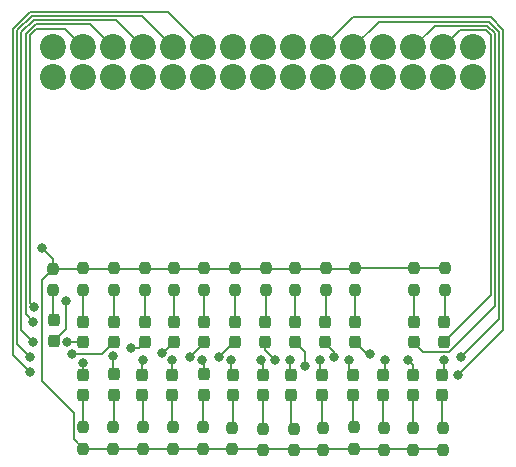
<source format=gbr>
%TF.GenerationSoftware,KiCad,Pcbnew,8.0.9-8.0.9-0~ubuntu22.04.1*%
%TF.CreationDate,2025-09-30T16:22:56+02:00*%
%TF.ProjectId,Pin_Test,50696e5f-5465-4737-942e-6b696361645f,rev?*%
%TF.SameCoordinates,Original*%
%TF.FileFunction,Copper,L1,Top*%
%TF.FilePolarity,Positive*%
%FSLAX46Y46*%
G04 Gerber Fmt 4.6, Leading zero omitted, Abs format (unit mm)*
G04 Created by KiCad (PCBNEW 8.0.9-8.0.9-0~ubuntu22.04.1) date 2025-09-30 16:22:56*
%MOMM*%
%LPD*%
G01*
G04 APERTURE LIST*
G04 Aperture macros list*
%AMRoundRect*
0 Rectangle with rounded corners*
0 $1 Rounding radius*
0 $2 $3 $4 $5 $6 $7 $8 $9 X,Y pos of 4 corners*
0 Add a 4 corners polygon primitive as box body*
4,1,4,$2,$3,$4,$5,$6,$7,$8,$9,$2,$3,0*
0 Add four circle primitives for the rounded corners*
1,1,$1+$1,$2,$3*
1,1,$1+$1,$4,$5*
1,1,$1+$1,$6,$7*
1,1,$1+$1,$8,$9*
0 Add four rect primitives between the rounded corners*
20,1,$1+$1,$2,$3,$4,$5,0*
20,1,$1+$1,$4,$5,$6,$7,0*
20,1,$1+$1,$6,$7,$8,$9,0*
20,1,$1+$1,$8,$9,$2,$3,0*%
G04 Aperture macros list end*
%TA.AperFunction,ComponentPad*%
%ADD10C,2.200000*%
%TD*%
%TA.AperFunction,SMDPad,CuDef*%
%ADD11RoundRect,0.237500X0.237500X-0.287500X0.237500X0.287500X-0.237500X0.287500X-0.237500X-0.287500X0*%
%TD*%
%TA.AperFunction,SMDPad,CuDef*%
%ADD12RoundRect,0.237500X-0.237500X0.287500X-0.237500X-0.287500X0.237500X-0.287500X0.237500X0.287500X0*%
%TD*%
%TA.AperFunction,SMDPad,CuDef*%
%ADD13RoundRect,0.237500X-0.237500X0.250000X-0.237500X-0.250000X0.237500X-0.250000X0.237500X0.250000X0*%
%TD*%
%TA.AperFunction,ViaPad*%
%ADD14C,0.800000*%
%TD*%
%TA.AperFunction,Conductor*%
%ADD15C,0.150000*%
%TD*%
%TA.AperFunction,Conductor*%
%ADD16C,0.200000*%
%TD*%
G04 APERTURE END LIST*
D10*
%TO.P,J1,1,VCC*%
%TO.N,VCC*%
X88940000Y-92020000D03*
%TO.P,J1,2,GND*%
%TO.N,GND*%
X88940000Y-94560000D03*
%TO.P,J1,3,P1*%
%TO.N,/P1*%
X91480000Y-92020000D03*
%TO.P,J1,4,P0*%
%TO.N,/P0*%
X91480000Y-94560000D03*
%TO.P,J1,5,P3*%
%TO.N,/P3*%
X94020000Y-92020000D03*
%TO.P,J1,6,P2*%
%TO.N,/P2*%
X94020000Y-94560000D03*
%TO.P,J1,7,C5*%
%TO.N,/C5*%
X96560000Y-92020000D03*
%TO.P,J1,8,C4*%
%TO.N,/C4*%
X96560000Y-94560000D03*
%TO.P,J1,9,C7*%
%TO.N,/C7*%
X99100000Y-92020000D03*
%TO.P,J1,10,C6*%
%TO.N,/C6*%
X99100000Y-94560000D03*
%TO.P,J1,11,C9*%
%TO.N,/C9*%
X101640000Y-92020000D03*
%TO.P,J1,12,C8*%
%TO.N,/C8*%
X101640000Y-94560000D03*
%TO.P,J1,13,C11*%
%TO.N,/C11*%
X104180000Y-92020000D03*
%TO.P,J1,14,C10*%
%TO.N,/C10*%
X104180000Y-94560000D03*
%TO.P,J1,15,C13*%
%TO.N,/C13*%
X106720000Y-92020000D03*
%TO.P,J1,16,C12*%
%TO.N,/C12*%
X106720000Y-94560000D03*
%TO.P,J1,17,C15*%
%TO.N,/C15*%
X109260000Y-92020000D03*
%TO.P,J1,18,C14*%
%TO.N,/C14*%
X109260000Y-94560000D03*
%TO.P,J1,19,C17*%
%TO.N,/C17*%
X111800000Y-92020000D03*
%TO.P,J1,20,C16*%
%TO.N,/C16*%
X111800000Y-94560000D03*
%TO.P,J1,21,C19*%
%TO.N,/C19*%
X114340000Y-92020000D03*
%TO.P,J1,22,C18*%
%TO.N,/C18*%
X114340000Y-94560000D03*
%TO.P,J1,23,GND*%
%TO.N,unconnected-(J1-GND-Pad23)*%
X116880000Y-92020000D03*
%TO.P,J1,24,C20*%
%TO.N,/C20*%
X116880000Y-94560000D03*
%TO.P,J1,25,M1+*%
%TO.N,/M1+*%
X119420000Y-92020000D03*
%TO.P,J1,26,M0+*%
%TO.N,/M0+*%
X119420000Y-94560000D03*
%TO.P,J1,27,M1-*%
%TO.N,/M1-*%
X121960000Y-92020000D03*
%TO.P,J1,28,M0-*%
%TO.N,/M0-*%
X121960000Y-94560000D03*
%TO.P,J1,29,GND*%
%TO.N,unconnected-(J1-GND-Pad29)*%
X124500000Y-92020000D03*
%TO.P,J1,30,VM+*%
%TO.N,/VM+*%
X124500000Y-94560000D03*
%TD*%
D11*
%TO.P,D101,1,K*%
%TO.N,GND*%
X89000000Y-116900000D03*
%TO.P,D101,2,A*%
%TO.N,Net-(D101-A)*%
X89000000Y-115150000D03*
%TD*%
D12*
%TO.P,D25,1,K*%
%TO.N,/M0-*%
X121890000Y-119750000D03*
%TO.P,D25,2,A*%
%TO.N,Net-(D25-A)*%
X121890000Y-121500000D03*
%TD*%
D11*
%TO.P,D24,1,K*%
%TO.N,/M1-*%
X122000000Y-117000000D03*
%TO.P,D24,2,A*%
%TO.N,Net-(D24-A)*%
X122000000Y-115250000D03*
%TD*%
D12*
%TO.P,D23,1,K*%
%TO.N,/M0+*%
X119390000Y-119750000D03*
%TO.P,D23,2,A*%
%TO.N,Net-(D23-A)*%
X119390000Y-121500000D03*
%TD*%
D11*
%TO.P,D22,1,K*%
%TO.N,/M1+*%
X119450000Y-117000000D03*
%TO.P,D22,2,A*%
%TO.N,Net-(D22-A)*%
X119450000Y-115250000D03*
%TD*%
D12*
%TO.P,D21,1,K*%
%TO.N,/C20*%
X116890000Y-119750000D03*
%TO.P,D21,2,A*%
%TO.N,Net-(D21-A)*%
X116890000Y-121500000D03*
%TD*%
%TO.P,D20,1,K*%
%TO.N,/C18*%
X114290000Y-119750000D03*
%TO.P,D20,2,A*%
%TO.N,Net-(D20-A)*%
X114290000Y-121500000D03*
%TD*%
D11*
%TO.P,D19,1,K*%
%TO.N,/C19*%
X114500000Y-117000000D03*
%TO.P,D19,2,A*%
%TO.N,Net-(D19-A)*%
X114500000Y-115250000D03*
%TD*%
D12*
%TO.P,D18,1,K*%
%TO.N,/C16*%
X111690000Y-119750000D03*
%TO.P,D18,2,A*%
%TO.N,Net-(D18-A)*%
X111690000Y-121500000D03*
%TD*%
D11*
%TO.P,D17,1,K*%
%TO.N,/C17*%
X111950000Y-117000000D03*
%TO.P,D17,2,A*%
%TO.N,Net-(D17-A)*%
X111950000Y-115250000D03*
%TD*%
D12*
%TO.P,D16,1,K*%
%TO.N,/C14*%
X109090000Y-119750000D03*
%TO.P,D16,2,A*%
%TO.N,Net-(D16-A)*%
X109090000Y-121500000D03*
%TD*%
D11*
%TO.P,D15,1,K*%
%TO.N,/C15*%
X109450000Y-117000000D03*
%TO.P,D15,2,A*%
%TO.N,Net-(D15-A)*%
X109450000Y-115250000D03*
%TD*%
D12*
%TO.P,D14,1,K*%
%TO.N,/C12*%
X106680000Y-119750000D03*
%TO.P,D14,2,A*%
%TO.N,Net-(D14-A)*%
X106680000Y-121500000D03*
%TD*%
D11*
%TO.P,D13,1,K*%
%TO.N,/C13*%
X106900000Y-117000000D03*
%TO.P,D13,2,A*%
%TO.N,Net-(D13-A)*%
X106900000Y-115250000D03*
%TD*%
D12*
%TO.P,D12,1,K*%
%TO.N,/C10*%
X104120000Y-119750000D03*
%TO.P,D12,2,A*%
%TO.N,Net-(D12-A)*%
X104120000Y-121500000D03*
%TD*%
D11*
%TO.P,D11,1,K*%
%TO.N,/C11*%
X104300000Y-117000000D03*
%TO.P,D11,2,A*%
%TO.N,Net-(D11-A)*%
X104300000Y-115250000D03*
%TD*%
D12*
%TO.P,D10,1,K*%
%TO.N,/C8*%
X101690000Y-119725000D03*
%TO.P,D10,2,A*%
%TO.N,Net-(D10-A)*%
X101690000Y-121475000D03*
%TD*%
D11*
%TO.P,D9,1,K*%
%TO.N,/C9*%
X101700000Y-117000000D03*
%TO.P,D9,2,A*%
%TO.N,Net-(D9-A)*%
X101700000Y-115250000D03*
%TD*%
D12*
%TO.P,D8,1,K*%
%TO.N,/C6*%
X98990000Y-119750000D03*
%TO.P,D8,2,A*%
%TO.N,Net-(D8-A)*%
X98990000Y-121500000D03*
%TD*%
D11*
%TO.P,D7,1,K*%
%TO.N,/C7*%
X99200000Y-117000000D03*
%TO.P,D7,2,A*%
%TO.N,Net-(D7-A)*%
X99200000Y-115250000D03*
%TD*%
D12*
%TO.P,D6,1,K*%
%TO.N,/C4*%
X96490000Y-119750000D03*
%TO.P,D6,2,A*%
%TO.N,Net-(D6-A)*%
X96490000Y-121500000D03*
%TD*%
D11*
%TO.P,D5,1,K*%
%TO.N,/C5*%
X96700000Y-117000000D03*
%TO.P,D5,2,A*%
%TO.N,Net-(D5-A)*%
X96700000Y-115250000D03*
%TD*%
D12*
%TO.P,D4,1,K*%
%TO.N,/P2*%
X94090000Y-119725000D03*
%TO.P,D4,2,A*%
%TO.N,Net-(D4-A)*%
X94090000Y-121475000D03*
%TD*%
D11*
%TO.P,D3,1,K*%
%TO.N,/P3*%
X94100000Y-117000000D03*
%TO.P,D3,2,A*%
%TO.N,Net-(D3-A)*%
X94100000Y-115250000D03*
%TD*%
D12*
%TO.P,D2,1,K*%
%TO.N,/P0*%
X91500000Y-119750000D03*
%TO.P,D2,2,A*%
%TO.N,Net-(D2-A)*%
X91500000Y-121500000D03*
%TD*%
D11*
%TO.P,D1,1,K*%
%TO.N,/P1*%
X91500000Y-117000000D03*
%TO.P,D1,2,A*%
%TO.N,Net-(D1-A)*%
X91500000Y-115250000D03*
%TD*%
D13*
%TO.P,R19,1*%
%TO.N,VCC*%
X114500000Y-110712500D03*
%TO.P,R19,2*%
%TO.N,Net-(D19-A)*%
X114500000Y-112537500D03*
%TD*%
%TO.P,R23,1*%
%TO.N,Net-(D23-A)*%
X119370000Y-124255000D03*
%TO.P,R23,2*%
%TO.N,VCC*%
X119370000Y-126080000D03*
%TD*%
%TO.P,R6,1*%
%TO.N,Net-(D6-A)*%
X96570000Y-124175000D03*
%TO.P,R6,2*%
%TO.N,VCC*%
X96570000Y-126000000D03*
%TD*%
%TO.P,R15,1*%
%TO.N,VCC*%
X109400000Y-110712500D03*
%TO.P,R15,2*%
%TO.N,Net-(D15-A)*%
X109400000Y-112537500D03*
%TD*%
%TO.P,R21,1*%
%TO.N,Net-(D21-A)*%
X116950000Y-124255000D03*
%TO.P,R21,2*%
%TO.N,VCC*%
X116950000Y-126080000D03*
%TD*%
%TO.P,R101,1*%
%TO.N,VCC*%
X88960000Y-110767500D03*
%TO.P,R101,2*%
%TO.N,Net-(D101-A)*%
X88960000Y-112592500D03*
%TD*%
%TO.P,R9,1*%
%TO.N,VCC*%
X101700000Y-110712500D03*
%TO.P,R9,2*%
%TO.N,Net-(D9-A)*%
X101700000Y-112537500D03*
%TD*%
%TO.P,R17,1*%
%TO.N,VCC*%
X112000000Y-110712500D03*
%TO.P,R17,2*%
%TO.N,Net-(D17-A)*%
X112000000Y-112537500D03*
%TD*%
%TO.P,R20,1*%
%TO.N,Net-(D20-A)*%
X114370000Y-124210000D03*
%TO.P,R20,2*%
%TO.N,VCC*%
X114370000Y-126035000D03*
%TD*%
%TO.P,R22,1*%
%TO.N,VCC*%
X119500000Y-110712500D03*
%TO.P,R22,2*%
%TO.N,Net-(D22-A)*%
X119500000Y-112537500D03*
%TD*%
%TO.P,R8,1*%
%TO.N,Net-(D8-A)*%
X99100000Y-124175000D03*
%TO.P,R8,2*%
%TO.N,VCC*%
X99100000Y-126000000D03*
%TD*%
%TO.P,R11,1*%
%TO.N,VCC*%
X104300000Y-110712500D03*
%TO.P,R11,2*%
%TO.N,Net-(D11-A)*%
X104300000Y-112537500D03*
%TD*%
%TO.P,R7,1*%
%TO.N,VCC*%
X99200000Y-110712500D03*
%TO.P,R7,2*%
%TO.N,Net-(D7-A)*%
X99200000Y-112537500D03*
%TD*%
%TO.P,R18,1*%
%TO.N,Net-(D18-A)*%
X111800000Y-124260000D03*
%TO.P,R18,2*%
%TO.N,VCC*%
X111800000Y-126085000D03*
%TD*%
%TO.P,R4,1*%
%TO.N,Net-(D4-A)*%
X93990000Y-124175000D03*
%TO.P,R4,2*%
%TO.N,VCC*%
X93990000Y-126000000D03*
%TD*%
%TO.P,R24,1*%
%TO.N,VCC*%
X122100000Y-110712500D03*
%TO.P,R24,2*%
%TO.N,Net-(D24-A)*%
X122100000Y-112537500D03*
%TD*%
%TO.P,R1,1*%
%TO.N,VCC*%
X91450000Y-110712500D03*
%TO.P,R1,2*%
%TO.N,Net-(D1-A)*%
X91450000Y-112537500D03*
%TD*%
%TO.P,R3,1*%
%TO.N,VCC*%
X94100000Y-110712500D03*
%TO.P,R3,2*%
%TO.N,Net-(D3-A)*%
X94100000Y-112537500D03*
%TD*%
%TO.P,R12,1*%
%TO.N,Net-(D12-A)*%
X104060000Y-124225000D03*
%TO.P,R12,2*%
%TO.N,VCC*%
X104060000Y-126050000D03*
%TD*%
%TO.P,R5,1*%
%TO.N,VCC*%
X96700000Y-110712500D03*
%TO.P,R5,2*%
%TO.N,Net-(D5-A)*%
X96700000Y-112537500D03*
%TD*%
%TO.P,R2,1*%
%TO.N,Net-(D2-A)*%
X91500000Y-124175000D03*
%TO.P,R2,2*%
%TO.N,VCC*%
X91500000Y-126000000D03*
%TD*%
%TO.P,R14,1*%
%TO.N,Net-(D14-A)*%
X106720000Y-124305000D03*
%TO.P,R14,2*%
%TO.N,VCC*%
X106720000Y-126130000D03*
%TD*%
%TO.P,R16,1*%
%TO.N,Net-(D16-A)*%
X109300000Y-124305000D03*
%TO.P,R16,2*%
%TO.N,VCC*%
X109300000Y-126130000D03*
%TD*%
%TO.P,R25,1*%
%TO.N,Net-(D25-A)*%
X121970000Y-124285000D03*
%TO.P,R25,2*%
%TO.N,VCC*%
X121970000Y-126110000D03*
%TD*%
%TO.P,R13,1*%
%TO.N,VCC*%
X106950000Y-110712500D03*
%TO.P,R13,2*%
%TO.N,Net-(D13-A)*%
X106950000Y-112537500D03*
%TD*%
%TO.P,R10,1*%
%TO.N,Net-(D10-A)*%
X101650000Y-124205000D03*
%TO.P,R10,2*%
%TO.N,VCC*%
X101650000Y-126030000D03*
%TD*%
D14*
%TO.N,VCC*%
X88000000Y-109000000D03*
%TO.N,/C13*%
X107750000Y-118500000D03*
%TO.N,/C15*%
X110250000Y-119000000D03*
%TO.N,/C17*%
X112750000Y-118250000D03*
X123250000Y-119750000D03*
%TO.N,/C19*%
X123500000Y-118250000D03*
X115750000Y-118000000D03*
%TO.N,/C11*%
X103000000Y-118250000D03*
%TO.N,/C9*%
X87000000Y-119500000D03*
X100500000Y-118250000D03*
%TO.N,/C7*%
X98167947Y-117945298D03*
X87000000Y-118250000D03*
%TO.N,/C5*%
X95500000Y-117500000D03*
X87250000Y-117000000D03*
%TO.N,/P3*%
X90500000Y-118000000D03*
X87250000Y-115250000D03*
%TO.N,/P1*%
X90075000Y-117000000D03*
X87300000Y-114000000D03*
%TO.N,GND*%
X90000000Y-113500000D03*
%TO.N,/M0-*%
X122000000Y-118500000D03*
%TO.N,/M0+*%
X119000000Y-118500000D03*
%TO.N,/C20*%
X117000000Y-118500000D03*
%TO.N,/C18*%
X114000000Y-118500000D03*
%TO.N,/C16*%
X111500000Y-118500000D03*
%TO.N,/C14*%
X109000000Y-118500000D03*
%TO.N,/C12*%
X106500000Y-118500000D03*
%TO.N,/C10*%
X104000000Y-118500000D03*
%TO.N,/C8*%
X101500000Y-118500000D03*
%TO.N,/C6*%
X99000000Y-118500000D03*
%TO.N,/C4*%
X96500000Y-118500000D03*
%TO.N,/P2*%
X94031598Y-118125000D03*
%TO.N,/P0*%
X91456272Y-118750000D03*
%TD*%
D15*
%TO.N,/M1-*%
X121960000Y-92020000D02*
X123380000Y-90600000D01*
X123380000Y-90600000D02*
X125600000Y-90600000D01*
X125600000Y-90600000D02*
X126000000Y-91000000D01*
X126000000Y-91000000D02*
X126000000Y-113000000D01*
X126000000Y-113000000D02*
X122000000Y-117000000D01*
%TO.N,/M1+*%
X119420000Y-92020000D02*
X121240000Y-90200000D01*
X125705026Y-90200000D02*
X126350000Y-90844974D01*
X121240000Y-90200000D02*
X125705026Y-90200000D01*
X126350000Y-90844974D02*
X126350000Y-113906366D01*
X126350000Y-113906366D02*
X122431366Y-117825000D01*
X122431366Y-117825000D02*
X120275000Y-117825000D01*
X120275000Y-117825000D02*
X119450000Y-117000000D01*
%TO.N,/C19*%
X114340000Y-92020000D02*
X116510000Y-89850000D01*
X116510000Y-89850000D02*
X125850000Y-89850000D01*
X126700000Y-115050000D02*
X123500000Y-118250000D01*
X125850000Y-89850000D02*
X126700000Y-90700000D01*
X126700000Y-90700000D02*
X126700000Y-115050000D01*
%TO.N,/C17*%
X111800000Y-92020000D02*
X114320000Y-89500000D01*
X126000000Y-89500000D02*
X127050000Y-90550000D01*
X127050000Y-115950000D02*
X123250000Y-119750000D01*
X114320000Y-89500000D02*
X126000000Y-89500000D01*
X127050000Y-90550000D02*
X127050000Y-115950000D01*
%TO.N,/P1*%
X91480000Y-92020000D02*
X89960000Y-90500000D01*
X89960000Y-90500000D02*
X87500000Y-90500000D01*
X87500000Y-90500000D02*
X87000000Y-91000000D01*
X87000000Y-91000000D02*
X87000000Y-113700000D01*
X87000000Y-113700000D02*
X87300000Y-114000000D01*
%TO.N,/P3*%
X94020000Y-92020000D02*
X92050000Y-90050000D01*
X86625000Y-90875000D02*
X86625000Y-114625000D01*
X92050000Y-90050000D02*
X87450000Y-90050000D01*
X87450000Y-90050000D02*
X86625000Y-90875000D01*
X86625000Y-114625000D02*
X87250000Y-115250000D01*
%TO.N,/C5*%
X96560000Y-92020000D02*
X94240000Y-89700000D01*
X86250000Y-116000000D02*
X87250000Y-117000000D01*
X94240000Y-89700000D02*
X87294974Y-89700000D01*
X87294974Y-89700000D02*
X86250000Y-90744974D01*
X86250000Y-90744974D02*
X86250000Y-116000000D01*
%TO.N,/C7*%
X99100000Y-92020000D02*
X96430000Y-89350000D01*
X96430000Y-89350000D02*
X87150000Y-89350000D01*
X87150000Y-89350000D02*
X85900000Y-90600000D01*
X85900000Y-90600000D02*
X85900000Y-117150000D01*
X85900000Y-117150000D02*
X87000000Y-118250000D01*
%TO.N,/C9*%
X101640000Y-92020000D02*
X98620000Y-89000000D01*
X98620000Y-89000000D02*
X87000000Y-89000000D01*
X85550000Y-118050000D02*
X87000000Y-119500000D01*
X87000000Y-89000000D02*
X85550000Y-90450000D01*
X85550000Y-90450000D02*
X85550000Y-118050000D01*
D16*
%TO.N,VCC*%
X88960000Y-110767500D02*
X88000000Y-111727500D01*
X88000000Y-111727500D02*
X88000000Y-120250000D01*
X90725000Y-125225000D02*
X91500000Y-126000000D01*
X88000000Y-120250000D02*
X90725000Y-122975000D01*
X90725000Y-122975000D02*
X90725000Y-125225000D01*
X88000000Y-109000000D02*
X88960000Y-109960000D01*
X88960000Y-109960000D02*
X88960000Y-110767500D01*
D15*
%TO.N,/C13*%
X107750000Y-118500000D02*
X106900000Y-117650000D01*
X106900000Y-117650000D02*
X106900000Y-117000000D01*
%TO.N,/C15*%
X110250000Y-117800000D02*
X109450000Y-117000000D01*
X110250000Y-119000000D02*
X110250000Y-117800000D01*
%TO.N,/C17*%
X112750000Y-118250000D02*
X112750000Y-117800000D01*
X112750000Y-117800000D02*
X111950000Y-117000000D01*
%TO.N,/C19*%
X115750000Y-118000000D02*
X115500000Y-118000000D01*
X115500000Y-118000000D02*
X114500000Y-117000000D01*
%TO.N,/C11*%
X104250000Y-117000000D02*
X104300000Y-117000000D01*
X103000000Y-118250000D02*
X104250000Y-117000000D01*
%TO.N,/C9*%
X100500000Y-118250000D02*
X101700000Y-117050000D01*
X101700000Y-117050000D02*
X101700000Y-117000000D01*
%TO.N,/C7*%
X98167947Y-117945298D02*
X98254702Y-117945298D01*
X98254702Y-117945298D02*
X99200000Y-117000000D01*
%TO.N,/C5*%
X95500000Y-117500000D02*
X96200000Y-117500000D01*
X96200000Y-117500000D02*
X96700000Y-117000000D01*
%TO.N,/P3*%
X90500000Y-118000000D02*
X93100000Y-118000000D01*
X93100000Y-118000000D02*
X94100000Y-117000000D01*
D16*
%TO.N,/P0*%
X91456272Y-118750000D02*
X91456272Y-119706272D01*
X91456272Y-119706272D02*
X91500000Y-119750000D01*
D15*
%TO.N,/P1*%
X90075000Y-117000000D02*
X91500000Y-117000000D01*
D16*
%TO.N,GND*%
X89000000Y-116900000D02*
X90000000Y-115900000D01*
X90000000Y-115900000D02*
X90000000Y-113500000D01*
%TO.N,Net-(D24-A)*%
X122100000Y-112537500D02*
X122100000Y-115150000D01*
X122100000Y-115150000D02*
X122000000Y-115250000D01*
%TO.N,Net-(D22-A)*%
X119500000Y-112537500D02*
X119500000Y-115200000D01*
X119500000Y-115200000D02*
X119450000Y-115250000D01*
%TO.N,Net-(D19-A)*%
X114500000Y-112537500D02*
X114500000Y-115250000D01*
%TO.N,Net-(D17-A)*%
X112000000Y-112537500D02*
X112000000Y-115200000D01*
X112000000Y-115200000D02*
X111950000Y-115250000D01*
%TO.N,Net-(D15-A)*%
X109400000Y-112537500D02*
X109400000Y-115200000D01*
X109400000Y-115200000D02*
X109450000Y-115250000D01*
%TO.N,Net-(D13-A)*%
X106950000Y-112537500D02*
X106950000Y-115200000D01*
X106950000Y-115200000D02*
X106900000Y-115250000D01*
%TO.N,Net-(D11-A)*%
X104300000Y-112537500D02*
X104300000Y-115250000D01*
%TO.N,Net-(D9-A)*%
X101700000Y-112537500D02*
X101700000Y-115250000D01*
%TO.N,Net-(D7-A)*%
X99200000Y-112537500D02*
X99200000Y-115250000D01*
%TO.N,Net-(D5-A)*%
X96700000Y-112537500D02*
X96700000Y-115250000D01*
%TO.N,Net-(D3-A)*%
X94100000Y-115250000D02*
X94100000Y-112537500D01*
%TO.N,/M0-*%
X122000000Y-119640000D02*
X121890000Y-119750000D01*
X122000000Y-118500000D02*
X122000000Y-119640000D01*
%TO.N,/M0+*%
X119390000Y-118890000D02*
X119000000Y-118500000D01*
X119390000Y-119750000D02*
X119390000Y-118890000D01*
%TO.N,/C20*%
X117000000Y-118500000D02*
X117000000Y-119640000D01*
X117000000Y-119640000D02*
X116890000Y-119750000D01*
%TO.N,/C18*%
X114000000Y-118500000D02*
X114000000Y-119460000D01*
X114000000Y-119460000D02*
X114290000Y-119750000D01*
%TO.N,/C16*%
X111500000Y-119560000D02*
X111690000Y-119750000D01*
X111500000Y-118500000D02*
X111500000Y-119560000D01*
%TO.N,/C14*%
X109000000Y-118500000D02*
X109000000Y-119660000D01*
X109000000Y-119660000D02*
X109090000Y-119750000D01*
%TO.N,/C12*%
X106680000Y-118680000D02*
X106500000Y-118500000D01*
X106680000Y-119750000D02*
X106680000Y-118680000D01*
%TO.N,/C10*%
X104000000Y-119630000D02*
X104120000Y-119750000D01*
X104000000Y-118500000D02*
X104000000Y-119630000D01*
%TO.N,/C6*%
X99000000Y-119740000D02*
X98990000Y-119750000D01*
X99000000Y-118500000D02*
X99000000Y-119740000D01*
%TO.N,/C4*%
X96490000Y-118510000D02*
X96500000Y-118500000D01*
X96490000Y-119750000D02*
X96490000Y-118510000D01*
%TO.N,/P2*%
X94031598Y-119666598D02*
X94090000Y-119725000D01*
X94031598Y-118125000D02*
X94031598Y-119666598D01*
%TO.N,Net-(D25-A)*%
X121890000Y-121500000D02*
X121890000Y-124205000D01*
X121890000Y-124205000D02*
X121970000Y-124285000D01*
%TO.N,Net-(D23-A)*%
X119390000Y-121500000D02*
X119390000Y-124235000D01*
X119390000Y-124235000D02*
X119370000Y-124255000D01*
%TO.N,Net-(D21-A)*%
X116890000Y-121500000D02*
X116890000Y-124195000D01*
X116890000Y-124195000D02*
X116950000Y-124255000D01*
%TO.N,Net-(D20-A)*%
X114290000Y-121500000D02*
X114290000Y-124130000D01*
X114290000Y-124130000D02*
X114370000Y-124210000D01*
%TO.N,Net-(D18-A)*%
X111690000Y-121500000D02*
X111690000Y-124150000D01*
X111690000Y-124150000D02*
X111800000Y-124260000D01*
%TO.N,Net-(D16-A)*%
X109090000Y-121500000D02*
X109090000Y-124095000D01*
X109090000Y-124095000D02*
X109300000Y-124305000D01*
%TO.N,Net-(D14-A)*%
X106720000Y-124305000D02*
X106720000Y-121540000D01*
X106720000Y-121540000D02*
X106680000Y-121500000D01*
%TO.N,Net-(D12-A)*%
X104120000Y-121500000D02*
X104120000Y-124165000D01*
X104120000Y-124165000D02*
X104060000Y-124225000D01*
%TO.N,Net-(D10-A)*%
X101650000Y-124205000D02*
X101650000Y-121515000D01*
X101650000Y-121515000D02*
X101690000Y-121475000D01*
%TO.N,Net-(D8-A)*%
X98990000Y-121500000D02*
X98990000Y-124065000D01*
X98990000Y-124065000D02*
X99100000Y-124175000D01*
%TO.N,Net-(D6-A)*%
X96570000Y-124175000D02*
X96570000Y-121580000D01*
X96570000Y-121580000D02*
X96490000Y-121500000D01*
%TO.N,Net-(D4-A)*%
X94090000Y-121475000D02*
X94090000Y-124075000D01*
X94090000Y-124075000D02*
X93990000Y-124175000D01*
%TO.N,Net-(D2-A)*%
X91500000Y-124175000D02*
X91500000Y-121500000D01*
%TO.N,VCC*%
X91500000Y-126000000D02*
X121860000Y-126000000D01*
X121860000Y-126000000D02*
X121970000Y-126110000D01*
%TO.N,Net-(D101-A)*%
X88960000Y-112592500D02*
X88960000Y-115110000D01*
X88960000Y-115110000D02*
X89000000Y-115150000D01*
%TO.N,Net-(D1-A)*%
X91450000Y-112537500D02*
X91450000Y-115200000D01*
X91450000Y-115200000D02*
X91500000Y-115250000D01*
%TO.N,/C8*%
X101690000Y-118690000D02*
X101500000Y-118500000D01*
X101690000Y-119725000D02*
X101690000Y-118690000D01*
%TO.N,VCC*%
X122100000Y-110712500D02*
X114500000Y-110712500D01*
X88960000Y-110767500D02*
X114445000Y-110767500D01*
X114445000Y-110767500D02*
X114500000Y-110712500D01*
%TD*%
M02*

</source>
